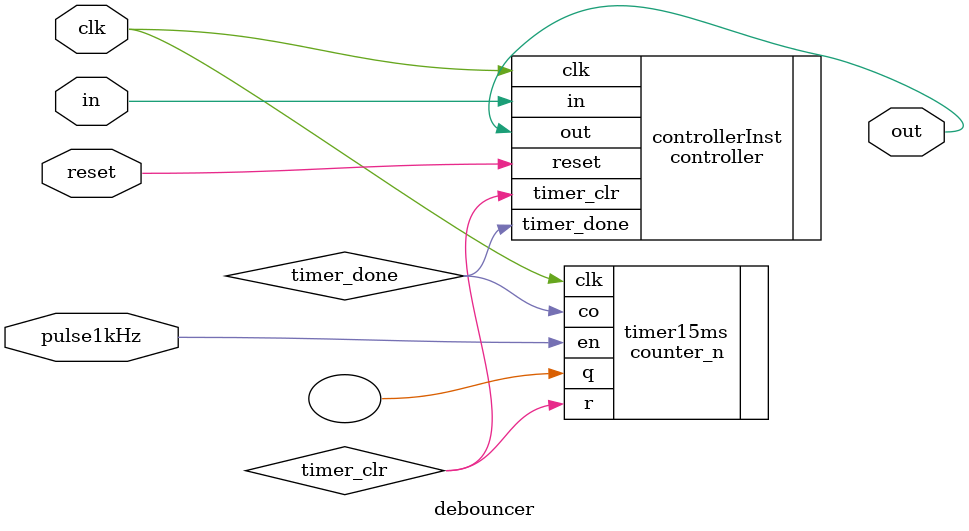
<source format=v>
module debouncer(in,clk,reset,out,pulse1kHz);

    parameter width=1;
    input  [width-1:0] in;
    output [width-1:0] out;
    //wire   [width-1:0] out0;
    input clk,reset,pulse1kHz;
    wire timer_clr,timer_done;
    
    counter_n #(.n(300),.counter_bits(9)) timer15ms(.clk(clk),.r(timer_clr),.en(pulse1kHz),.co(timer_done),.q());//计时300ms

    controller #(.width(width)) controllerInst(.in(in),.reset(reset),.clk(clk),.timer_done(timer_done),.timer_clr(timer_clr),.out(out));//控制器
    
    //width_trans  #(.width(width)) widthTransInst(.in(out0),.clk(clk),.out(out));//脉宽变换

endmodule

</source>
